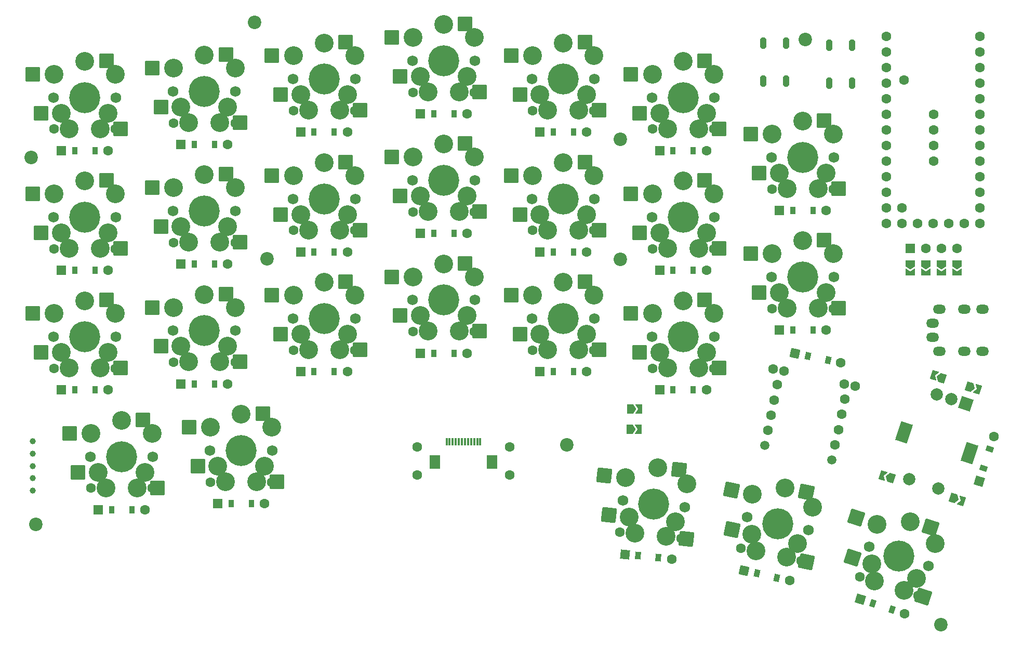
<source format=gbr>
%TF.GenerationSoftware,KiCad,Pcbnew,8.0.3+1*%
%TF.CreationDate,2024-08-06T22:55:28-04:00*%
%TF.ProjectId,iyada_flip,69796164-615f-4666-9c69-702e6b696361,rev?*%
%TF.SameCoordinates,Original*%
%TF.FileFunction,Soldermask,Top*%
%TF.FilePolarity,Negative*%
%FSLAX46Y46*%
G04 Gerber Fmt 4.6, Leading zero omitted, Abs format (unit mm)*
G04 Created by KiCad (PCBNEW 8.0.3+1) date 2024-08-06 22:55:28*
%MOMM*%
%LPD*%
G01*
G04 APERTURE LIST*
G04 Aperture macros list*
%AMRoundRect*
0 Rectangle with rounded corners*
0 $1 Rounding radius*
0 $2 $3 $4 $5 $6 $7 $8 $9 X,Y pos of 4 corners*
0 Add a 4 corners polygon primitive as box body*
4,1,4,$2,$3,$4,$5,$6,$7,$8,$9,$2,$3,0*
0 Add four circle primitives for the rounded corners*
1,1,$1+$1,$2,$3*
1,1,$1+$1,$4,$5*
1,1,$1+$1,$6,$7*
1,1,$1+$1,$8,$9*
0 Add four rect primitives between the rounded corners*
20,1,$1+$1,$2,$3,$4,$5,0*
20,1,$1+$1,$4,$5,$6,$7,0*
20,1,$1+$1,$6,$7,$8,$9,0*
20,1,$1+$1,$8,$9,$2,$3,0*%
%AMRotRect*
0 Rectangle, with rotation*
0 The origin of the aperture is its center*
0 $1 length*
0 $2 width*
0 $3 Rotation angle, in degrees counterclockwise*
0 Add horizontal line*
21,1,$1,$2,0,0,$3*%
%AMOutline5P*
0 Free polygon, 5 corners , with rotation*
0 The origin of the aperture is its center*
0 number of corners: always 5*
0 $1 to $10 corner X, Y*
0 $11 Rotation angle, in degrees counterclockwise*
0 create outline with 5 corners*
4,1,5,$1,$2,$3,$4,$5,$6,$7,$8,$9,$10,$1,$2,$11*%
%AMOutline6P*
0 Free polygon, 6 corners , with rotation*
0 The origin of the aperture is its center*
0 number of corners: always 6*
0 $1 to $12 corner X, Y*
0 $13 Rotation angle, in degrees counterclockwise*
0 create outline with 6 corners*
4,1,6,$1,$2,$3,$4,$5,$6,$7,$8,$9,$10,$11,$12,$1,$2,$13*%
%AMOutline7P*
0 Free polygon, 7 corners , with rotation*
0 The origin of the aperture is its center*
0 number of corners: always 7*
0 $1 to $14 corner X, Y*
0 $15 Rotation angle, in degrees counterclockwise*
0 create outline with 7 corners*
4,1,7,$1,$2,$3,$4,$5,$6,$7,$8,$9,$10,$11,$12,$13,$14,$1,$2,$15*%
%AMOutline8P*
0 Free polygon, 8 corners , with rotation*
0 The origin of the aperture is its center*
0 number of corners: always 8*
0 $1 to $16 corner X, Y*
0 $17 Rotation angle, in degrees counterclockwise*
0 create outline with 8 corners*
4,1,8,$1,$2,$3,$4,$5,$6,$7,$8,$9,$10,$11,$12,$13,$14,$15,$16,$1,$2,$17*%
%AMFreePoly0*
4,1,6,1.000000,0.000000,0.500000,-0.750000,-0.500000,-0.750000,-0.500000,0.750000,0.500000,0.750000,1.000000,0.000000,1.000000,0.000000,$1*%
%AMFreePoly1*
4,1,6,0.500000,-0.750000,-0.650000,-0.750000,-0.150000,0.000001,-0.650000,0.750000,0.500000,0.750000,0.500000,-0.750000,0.500000,-0.750000,$1*%
G04 Aperture macros list end*
%ADD10C,1.600000*%
%ADD11C,3.050000*%
%ADD12C,5.050000*%
%ADD13C,1.750000*%
%ADD14C,4.000000*%
%ADD15RotRect,1.500000X1.500000X348.000000*%
%ADD16RotRect,0.900000X1.200000X348.000000*%
%ADD17O,2.100000X1.500000*%
%ADD18C,2.200000*%
%ADD19RotRect,1.500000X1.500000X72.000000*%
%ADD20RotRect,0.900000X1.200000X72.000000*%
%ADD21RotRect,2.000000X2.000000X252.000000*%
%ADD22C,2.000000*%
%ADD23RotRect,3.200000X2.000000X252.000000*%
%ADD24R,1.500000X1.500000*%
%ADD25R,0.900000X1.200000*%
%ADD26FreePoly0,162.000000*%
%ADD27FreePoly1,162.000000*%
%ADD28RotRect,1.500000X1.500000X342.000000*%
%ADD29RotRect,0.900000X1.200000X342.000000*%
%ADD30FreePoly0,270.000000*%
%ADD31FreePoly1,270.000000*%
%ADD32R,1.600000X1.600000*%
%ADD33FreePoly0,342.000000*%
%ADD34FreePoly1,342.000000*%
%ADD35C,1.000000*%
%ADD36C,1.500000*%
%ADD37R,0.300000X1.300000*%
%ADD38R,1.800000X2.200000*%
%ADD39Outline8P,-0.900000X0.275000X-0.625000X0.550000X0.625000X0.550000X0.900000X0.275000X0.900000X-0.275000X0.625000X-0.550000X-0.625000X-0.550000X-0.900000X-0.275000X270.000000*%
%ADD40RotRect,1.500000X1.500000X354.000000*%
%ADD41RotRect,0.900000X1.200000X354.000000*%
%ADD42FreePoly0,0.000000*%
%ADD43FreePoly1,0.000000*%
%ADD44RoundRect,0.240000X-0.960000X-0.960000X0.960000X-0.960000X0.960000X0.960000X-0.960000X0.960000X0*%
%ADD45RoundRect,0.240000X0.960000X0.960000X-0.960000X0.960000X-0.960000X-0.960000X0.960000X-0.960000X0*%
%ADD46RoundRect,0.240000X1.138617X0.739426X-0.739426X1.138617X-1.138617X-0.739426X0.739426X-1.138617X0*%
%ADD47RoundRect,0.240000X1.055088X0.854394X-0.854394X1.055088X-1.055088X-0.854394X0.854394X-1.055088X0*%
%ADD48RoundRect,0.240000X1.209671X0.616358X-0.616358X1.209671X-1.209671X-0.616358X0.616358X-1.209671X0*%
%ADD49RoundRect,0.240000X-1.138617X-0.739426X0.739426X-1.138617X1.138617X0.739426X-0.739426X1.138617X0*%
%ADD50RoundRect,0.240000X-1.055088X-0.854394X0.854394X-1.055088X1.055088X0.854394X-0.854394X1.055088X0*%
%ADD51RoundRect,0.240000X-1.209671X-0.616358X0.616358X-1.209671X1.209671X0.616358X-0.616358X1.209671X0*%
G04 APERTURE END LIST*
D10*
%TO.C,REF\u002A\u002A*%
X155382003Y-102305001D03*
D11*
X160382003Y-91255002D03*
D12*
X160382003Y-97155001D03*
D11*
X165381997Y-93355000D03*
%TD*%
D13*
%TO.C,REF\u002A\u002A*%
X200270535Y-131627822D03*
D11*
X198500189Y-133848279D03*
D14*
X195301542Y-130571642D03*
D11*
X191760843Y-135012538D03*
D13*
X190332549Y-129515462D03*
%TD*%
D15*
%TO.C,D14*%
X189776353Y-138240464D03*
D16*
X191889155Y-138689554D03*
X195117039Y-139375662D03*
D10*
X197229841Y-139824752D03*
%TD*%
D13*
%TO.C,REF\u002A\u002A*%
X145962008Y-74655005D03*
D11*
X144692006Y-77195004D03*
D14*
X140882009Y-74655007D03*
D11*
X138342011Y-79735012D03*
D13*
X135802010Y-74655009D03*
%TD*%
D17*
%TO.C,*%
X221682842Y-95618033D03*
%TD*%
%TO.C,*%
X228682848Y-95618031D03*
%TD*%
D18*
%TO.C,CiHole1*%
X169651014Y-87546002D03*
%TD*%
D13*
%TO.C,REF\u002A\u002A*%
X87462006Y-80655004D03*
D11*
X86192004Y-83195003D03*
D14*
X82382007Y-80655006D03*
D11*
X79842009Y-85735011D03*
D13*
X77302008Y-80655008D03*
%TD*%
D10*
%TO.C,REF\u002A\u002A*%
X116382008Y-63305008D03*
D11*
X121382008Y-52255009D03*
D12*
X121382008Y-58155008D03*
D11*
X126382002Y-54355007D03*
%TD*%
D13*
%TO.C,REF\u002A\u002A*%
X204462006Y-90405005D03*
D11*
X203192004Y-92945004D03*
D14*
X199382007Y-90405007D03*
D11*
X196842009Y-95485012D03*
D13*
X194302008Y-90405009D03*
%TD*%
D19*
%TO.C,D14*%
X228140803Y-123641360D03*
D20*
X228808278Y-121587078D03*
X229828034Y-118448592D03*
D10*
X230495509Y-116394310D03*
%TD*%
D13*
%TO.C,REF\u002A\u002A*%
X87462007Y-61154996D03*
D11*
X86192005Y-63694995D03*
D14*
X82382008Y-61154998D03*
D11*
X79842010Y-66235003D03*
D13*
X77302009Y-61155000D03*
%TD*%
D10*
%TO.C,REF\u002A\u002A*%
X174882009Y-66305004D03*
D11*
X179882009Y-55255005D03*
D12*
X179882009Y-61155004D03*
D11*
X184882003Y-57355003D03*
%TD*%
D10*
%TO.C,REF\u002A\u002A*%
X116382003Y-82804999D03*
D11*
X121382003Y-71755000D03*
D12*
X121382003Y-77654999D03*
D11*
X126381997Y-73854998D03*
%TD*%
D21*
%TO.C,REF\u002A\u002A*%
X225939028Y-111043394D03*
D22*
X221183734Y-109498305D03*
X223561389Y-110270852D03*
D23*
X215917843Y-115673273D03*
X226569674Y-119134271D03*
D22*
X216702996Y-123288629D03*
X221458296Y-124833714D03*
%TD*%
D24*
%TO.C,D14*%
X78572010Y-69805017D03*
D25*
X80732005Y-69805019D03*
X84032013Y-69805021D03*
D10*
X86192008Y-69805023D03*
%TD*%
D13*
%TO.C,REF\u002A\u002A*%
X87461999Y-100155007D03*
D11*
X86191997Y-102695006D03*
D14*
X82382000Y-100155009D03*
D11*
X79842002Y-105235014D03*
D13*
X77302001Y-100155011D03*
%TD*%
D26*
%TO.C,REF\u002A\u002A*%
X222142194Y-106869445D03*
D27*
X220763162Y-106421371D03*
%TD*%
D10*
%TO.C,REF\u002A\u002A*%
X77382008Y-66304998D03*
D11*
X82382008Y-55254999D03*
D12*
X82382008Y-61154998D03*
D11*
X87382002Y-57354997D03*
%TD*%
D17*
%TO.C,*%
X220582850Y-100218031D03*
%TD*%
D10*
%TO.C,REF\u002A\u002A*%
X77382000Y-105305009D03*
D11*
X82382000Y-94255010D03*
D12*
X82382000Y-100155009D03*
D11*
X87381994Y-96355008D03*
%TD*%
D18*
%TO.C,CiHole1*%
X221871015Y-147066004D03*
%TD*%
D24*
%TO.C,D14*%
X117572006Y-86305001D03*
D25*
X119732001Y-86305003D03*
X123032009Y-86305005D03*
D10*
X125192004Y-86305007D03*
%TD*%
D24*
%TO.C,D14*%
X84572007Y-128304999D03*
D25*
X86732002Y-128305001D03*
X90032010Y-128305003D03*
D10*
X92192005Y-128305005D03*
%TD*%
%TO.C,REF\u002A\u002A*%
X208696928Y-139222069D03*
D12*
X215043645Y-135869209D03*
D11*
X216866846Y-130257977D03*
X220973180Y-133800281D03*
%TD*%
D28*
%TO.C,D14*%
X208747130Y-142918491D03*
D29*
X210801408Y-143585963D03*
X213939894Y-144605719D03*
D10*
X215994172Y-145273191D03*
%TD*%
D15*
%TO.C,D14*%
X198145215Y-102804812D03*
D16*
X200258017Y-103253902D03*
X203485901Y-103940010D03*
D10*
X205598703Y-104389100D03*
%TD*%
%TO.C,REF\u002A\u002A*%
X189340050Y-134569542D03*
D11*
X196528221Y-124800571D03*
D12*
X195301542Y-130571642D03*
D11*
X200982345Y-127894236D03*
%TD*%
D30*
%TO.C,REF\u002A\u002A*%
X224504504Y-88223010D03*
D31*
X224504504Y-89673010D03*
%TD*%
D10*
%TO.C,*%
X215921014Y-58285999D03*
%TD*%
%TO.C,*%
X228284507Y-51213002D03*
%TD*%
D18*
%TO.C,CiHole1*%
X199781010Y-51676001D03*
%TD*%
D10*
%TO.C,*%
X225744510Y-81692999D03*
%TD*%
%TO.C,REF\u002A\u002A*%
X213043506Y-53753017D03*
X213043504Y-56293014D03*
X213043506Y-58833017D03*
X213043505Y-61373017D03*
X213043505Y-63913019D03*
X213043500Y-66453007D03*
X213043500Y-68993021D03*
X213043504Y-71533005D03*
X213043512Y-74073017D03*
X213043506Y-76613020D03*
X213043504Y-79153016D03*
X213043506Y-81693017D03*
X228283506Y-81693017D03*
X228283508Y-79153020D03*
X228283506Y-76613017D03*
X228283507Y-74073017D03*
X228283507Y-71533015D03*
X228283512Y-68993027D03*
X228283512Y-66453013D03*
X228283508Y-63913029D03*
X228283500Y-61373017D03*
X228283506Y-58833014D03*
X228283508Y-56293018D03*
X228283506Y-53753017D03*
%TD*%
%TO.C,REF\u002A\u002A*%
X174882004Y-105305001D03*
D11*
X179882004Y-94255002D03*
D12*
X179882004Y-100155001D03*
D11*
X184881998Y-96355000D03*
%TD*%
D10*
%TO.C,REF\u002A\u002A*%
X194382007Y-95555007D03*
D11*
X199382007Y-84505008D03*
D12*
X199382007Y-90405007D03*
D11*
X204382001Y-86605006D03*
%TD*%
D10*
%TO.C,REF\u002A\u002A*%
X102882009Y-123805000D03*
D11*
X107882009Y-112755001D03*
D12*
X107882009Y-118655000D03*
D11*
X112882003Y-114854999D03*
%TD*%
D10*
%TO.C,REF\u002A\u002A*%
X135882009Y-79805007D03*
D11*
X140882009Y-68755008D03*
D12*
X140882009Y-74655007D03*
D11*
X145882003Y-70855006D03*
%TD*%
D32*
%TO.C,*%
X216896508Y-85762001D03*
%TD*%
D33*
%TO.C,REF\u002A\u002A*%
X226488163Y-108276364D03*
D34*
X227867195Y-108724438D03*
%TD*%
D13*
%TO.C,REF\u002A\u002A*%
X112962008Y-118654998D03*
D11*
X111692006Y-121194997D03*
D14*
X107882009Y-118655000D03*
D11*
X105342011Y-123735005D03*
D13*
X102802010Y-118655002D03*
%TD*%
D10*
%TO.C,*%
X223204508Y-81692999D03*
%TD*%
D24*
%TO.C,D14*%
X176072011Y-69805001D03*
D25*
X178232006Y-69805003D03*
X181532014Y-69805005D03*
D10*
X183692009Y-69805007D03*
%TD*%
D13*
%TO.C,REF\u002A\u002A*%
X184961999Y-80654997D03*
D11*
X183691997Y-83194996D03*
D14*
X179882000Y-80654999D03*
D11*
X177342002Y-85735004D03*
D13*
X174802001Y-80655001D03*
%TD*%
D10*
%TO.C,*%
X224516501Y-85762007D03*
%TD*%
D13*
%TO.C,REF\u002A\u002A*%
X126462001Y-97155007D03*
D11*
X125191999Y-99695006D03*
D14*
X121382002Y-97155009D03*
D11*
X118842004Y-102235014D03*
D13*
X116302003Y-97155011D03*
%TD*%
%TO.C,REF\u002A\u002A*%
X204462011Y-70904995D03*
D11*
X203192009Y-73444994D03*
D14*
X199382012Y-70904997D03*
D11*
X196842014Y-75985002D03*
D13*
X194302013Y-70904999D03*
%TD*%
D10*
%TO.C,REF\u002A\u002A*%
X135882007Y-60305016D03*
D11*
X140882007Y-49255017D03*
D12*
X140882007Y-55155016D03*
D11*
X145882001Y-51355015D03*
%TD*%
D24*
%TO.C,D14*%
X78572006Y-89305007D03*
D25*
X80732001Y-89305009D03*
X84032009Y-89305011D03*
D10*
X86192004Y-89305013D03*
%TD*%
D17*
%TO.C,*%
X228682851Y-102518032D03*
%TD*%
D33*
%TO.C,REF\u002A\u002A*%
X223865703Y-126404526D03*
D34*
X225244735Y-126852600D03*
%TD*%
D24*
%TO.C,D14*%
X156571998Y-105805002D03*
D25*
X158731993Y-105805004D03*
X162032001Y-105805006D03*
D10*
X164191996Y-105805008D03*
%TD*%
D13*
%TO.C,REF\u002A\u002A*%
X126462002Y-77654997D03*
D11*
X125192000Y-80194996D03*
D14*
X121382003Y-77654999D03*
D11*
X118842005Y-82735004D03*
D13*
X116302004Y-77655001D03*
%TD*%
%TO.C,REF\u002A\u002A*%
X106962010Y-99154999D03*
D11*
X105692008Y-101694998D03*
D14*
X101882011Y-99155001D03*
D11*
X99342013Y-104235006D03*
D13*
X96802012Y-99155003D03*
%TD*%
%TO.C,REF\u002A\u002A*%
X165462002Y-97154999D03*
D11*
X164192000Y-99694998D03*
D14*
X160382003Y-97155001D03*
D11*
X157842005Y-102235006D03*
D13*
X155302004Y-97155003D03*
%TD*%
D10*
%TO.C,REF\u002A\u002A*%
X77382007Y-85805006D03*
D11*
X82382007Y-74755007D03*
D12*
X82382007Y-80655006D03*
D11*
X87382001Y-76855005D03*
%TD*%
D10*
%TO.C,*%
X215584520Y-79153000D03*
%TD*%
%TO.C,REF\u002A\u002A*%
X83382015Y-124805001D03*
D11*
X88382015Y-113755002D03*
D12*
X88382015Y-119655001D03*
D11*
X93382009Y-115855000D03*
%TD*%
D10*
%TO.C,REF\u002A\u002A*%
X174882000Y-85804999D03*
D11*
X179882000Y-74755000D03*
D12*
X179882000Y-80654999D03*
D11*
X184881994Y-76854998D03*
%TD*%
D35*
%TO.C,REF\u002A\u002A*%
X73886004Y-117191007D03*
%TD*%
D24*
%TO.C,D14*%
X156572012Y-66805001D03*
D25*
X158732007Y-66805003D03*
X162032015Y-66805005D03*
D10*
X164192010Y-66805007D03*
%TD*%
D13*
%TO.C,REF\u002A\u002A*%
X184962003Y-100154999D03*
D11*
X183692001Y-102694998D03*
D14*
X179882004Y-100155001D03*
D11*
X177342006Y-105235006D03*
D13*
X174802005Y-100155003D03*
%TD*%
D24*
%TO.C,D14*%
X137072005Y-63804999D03*
D25*
X139232000Y-63805001D03*
X142532008Y-63805003D03*
D10*
X144692003Y-63805005D03*
%TD*%
D13*
%TO.C,REF\u002A\u002A*%
X145962006Y-55155014D03*
D11*
X144692004Y-57695013D03*
D14*
X140882007Y-55155016D03*
D11*
X138342009Y-60235021D03*
D13*
X135802008Y-55155018D03*
%TD*%
%TO.C,REF\u002A\u002A*%
X106962009Y-79654995D03*
D11*
X105692007Y-82194994D03*
D14*
X101882010Y-79654997D03*
D11*
X99342012Y-84735002D03*
D13*
X96802011Y-79654999D03*
%TD*%
D36*
%TO.C,REF\u002A\u002A*%
X193157361Y-117828862D03*
D10*
X195259349Y-107939792D03*
X194731256Y-110424280D03*
X194203161Y-112908781D03*
X193675064Y-115393276D03*
X194558028Y-105347325D03*
X196367601Y-105731964D03*
%TD*%
D13*
%TO.C,REF\u002A\u002A*%
X165462012Y-58154994D03*
D11*
X164192010Y-60694993D03*
D14*
X160382013Y-58154996D03*
D11*
X157842015Y-63235001D03*
D13*
X155302014Y-58154998D03*
%TD*%
%TO.C,REF\u002A\u002A*%
X145962003Y-94155007D03*
D11*
X144692001Y-96695006D03*
D14*
X140882004Y-94155009D03*
D11*
X138342006Y-99235014D03*
D13*
X135802005Y-94155011D03*
%TD*%
D35*
%TO.C,REF\u002A\u002A*%
X73886007Y-125191002D03*
%TD*%
D17*
%TO.C,*%
X225682846Y-95618030D03*
%TD*%
%TO.C,*%
X225682850Y-102518032D03*
%TD*%
D24*
%TO.C,D14*%
X117572008Y-105805002D03*
D25*
X119732003Y-105805004D03*
X123032011Y-105805006D03*
D10*
X125192006Y-105805008D03*
%TD*%
D37*
%TO.C,REF\u002A\u002A*%
X141338001Y-117253008D03*
X141838002Y-117253004D03*
X142338001Y-117253008D03*
X142837998Y-117253009D03*
X143337996Y-117253013D03*
X143838000Y-117253008D03*
X144337998Y-117253005D03*
X144838001Y-117253008D03*
X145338001Y-117253008D03*
X145838000Y-117253008D03*
X146338000Y-117253009D03*
X146838015Y-117253010D03*
D38*
X139438001Y-120503008D03*
X148738001Y-120503008D03*
%TD*%
D39*
%TO.C,B1*%
X196641015Y-52311003D03*
X196641021Y-58511005D03*
X192941003Y-52311007D03*
X192941009Y-58511009D03*
%TD*%
D24*
%TO.C,D14*%
X78572006Y-108805003D03*
D25*
X80732001Y-108805005D03*
X84032009Y-108805007D03*
D10*
X86192004Y-108805009D03*
%TD*%
%TO.C,*%
X219436512Y-85762004D03*
%TD*%
D35*
%TO.C,REF\u002A\u002A*%
X73886011Y-121191003D03*
%TD*%
D10*
%TO.C,*%
X220711002Y-63856001D03*
%TD*%
D18*
%TO.C,CiHole1*%
X169651009Y-67996002D03*
%TD*%
D10*
%TO.C,*%
X220711004Y-66396011D03*
%TD*%
D24*
%TO.C,D14*%
X156572002Y-86305001D03*
D25*
X158731997Y-86305003D03*
X162032005Y-86305005D03*
D10*
X164192000Y-86305007D03*
%TD*%
D13*
%TO.C,REF\u002A\u002A*%
X219875011Y-137439014D03*
D11*
X217882267Y-139462246D03*
D14*
X215043645Y-135869209D03*
D11*
X211058155Y-139915673D03*
D13*
X210212279Y-134299404D03*
%TD*%
%TO.C,REF\u002A\u002A*%
X106962004Y-60155006D03*
D11*
X105692002Y-62695005D03*
D14*
X101882005Y-60155008D03*
D11*
X99342007Y-65235013D03*
D13*
X96802006Y-60155010D03*
%TD*%
D24*
%TO.C,D14*%
X98072004Y-107804998D03*
D25*
X100231999Y-107805000D03*
X103532007Y-107805002D03*
D10*
X105692002Y-107805004D03*
%TD*%
D24*
%TO.C,D14*%
X104072009Y-127304999D03*
D25*
X106232004Y-127305001D03*
X109532012Y-127305003D03*
D10*
X111692007Y-127305005D03*
%TD*%
D13*
%TO.C,REF\u002A\u002A*%
X93462014Y-119654999D03*
D11*
X92192012Y-122194998D03*
D14*
X88382015Y-119655001D03*
D11*
X85842017Y-124735006D03*
D13*
X83302016Y-119655003D03*
%TD*%
D10*
%TO.C,*%
X215584512Y-81693007D03*
%TD*%
%TO.C,REF\u002A\u002A*%
X96882010Y-84804997D03*
D11*
X101882010Y-73754998D03*
D12*
X101882010Y-79654997D03*
D11*
X106882004Y-75854996D03*
%TD*%
D10*
%TO.C,REF\u002A\u002A*%
X155382005Y-82805007D03*
D11*
X160382005Y-71755008D03*
D12*
X160382005Y-77655007D03*
D11*
X165381999Y-73855006D03*
%TD*%
D10*
%TO.C,REF\u002A\u002A*%
X116382002Y-102305009D03*
D11*
X121382002Y-91255010D03*
D12*
X121382002Y-97155009D03*
D11*
X126381996Y-93355008D03*
%TD*%
D40*
%TO.C,D14*%
X170420532Y-135571061D03*
D41*
X172568701Y-135796843D03*
X175850623Y-136141787D03*
D10*
X177998792Y-136367569D03*
%TD*%
D30*
%TO.C,REF\u002A\u002A*%
X221964510Y-88222999D03*
D31*
X221964510Y-89672999D03*
%TD*%
D17*
%TO.C,*%
X221682842Y-102518031D03*
%TD*%
%TO.C,*%
X220582856Y-97918025D03*
%TD*%
D24*
%TO.C,D14*%
X195572014Y-99055009D03*
D25*
X197732009Y-99055011D03*
X201032017Y-99055013D03*
D10*
X203192012Y-99055015D03*
%TD*%
D24*
%TO.C,D14*%
X137072017Y-83305004D03*
D25*
X139232012Y-83305006D03*
X142532020Y-83305008D03*
D10*
X144692015Y-83305010D03*
%TD*%
%TO.C,*%
X151588011Y-122643005D03*
%TD*%
%TO.C,REF\u002A\u002A*%
X96882011Y-104305001D03*
D11*
X101882011Y-93255002D03*
D12*
X101882011Y-99155001D03*
D11*
X106882005Y-95355000D03*
%TD*%
D13*
%TO.C,REF\u002A\u002A*%
X126462007Y-58155006D03*
D11*
X125192005Y-60695005D03*
D14*
X121382008Y-58155008D03*
D11*
X118842010Y-63235013D03*
D13*
X116302009Y-58155010D03*
%TD*%
D26*
%TO.C,REF\u002A\u002A*%
X213832063Y-123144391D03*
D27*
X212453031Y-122696317D03*
%TD*%
D18*
%TO.C,CiHole1*%
X110011007Y-48876003D03*
%TD*%
D35*
%TO.C,REF\u002A\u002A*%
X73885999Y-119190999D03*
%TD*%
D10*
%TO.C,*%
X220711010Y-68935997D03*
%TD*%
%TO.C,*%
X220711007Y-71476005D03*
%TD*%
D18*
%TO.C,CiHole1*%
X74441006Y-130676007D03*
%TD*%
D10*
%TO.C,*%
X221976507Y-85761994D03*
%TD*%
D35*
%TO.C,REF\u002A\u002A*%
X73886006Y-123191009D03*
%TD*%
D24*
%TO.C,D14*%
X137072009Y-102804996D03*
D25*
X139232004Y-102804998D03*
X142532012Y-102805000D03*
D10*
X144692007Y-102805002D03*
%TD*%
D18*
%TO.C,CiHole1*%
X73636011Y-70891002D03*
%TD*%
D13*
%TO.C,REF\u002A\u002A*%
X184962008Y-61155002D03*
D11*
X183692006Y-63695001D03*
D14*
X179882009Y-61155004D03*
D11*
X177342011Y-66235009D03*
D13*
X174802010Y-61155006D03*
%TD*%
D10*
%TO.C,*%
X136588001Y-122643000D03*
%TD*%
D18*
%TO.C,CiHole1*%
X160977009Y-117706011D03*
%TD*%
D13*
%TO.C,REF\u002A\u002A*%
X180166008Y-127897689D03*
D11*
X178637461Y-130291037D03*
D14*
X175113835Y-127366698D03*
D11*
X172056745Y-132153370D03*
D13*
X170061662Y-126835707D03*
%TD*%
D10*
%TO.C,*%
X218124506Y-81693004D03*
%TD*%
D42*
%TO.C,REF\u002A\u002A*%
X171185003Y-115174008D03*
D43*
X172635003Y-115174008D03*
%TD*%
D10*
%TO.C,REF\u002A\u002A*%
X155382013Y-63304996D03*
D11*
X160382013Y-52254997D03*
D12*
X160382013Y-58154996D03*
D11*
X165382007Y-54354995D03*
%TD*%
D10*
%TO.C,*%
X213044503Y-51213009D03*
%TD*%
D24*
%TO.C,D14*%
X98072004Y-88305001D03*
D25*
X100231999Y-88305003D03*
X103532007Y-88305005D03*
D10*
X105692002Y-88305007D03*
%TD*%
%TO.C,REF\u002A\u002A*%
X96882005Y-65305008D03*
D11*
X101882005Y-54255009D03*
D12*
X101882005Y-60155008D03*
D11*
X106881999Y-56355007D03*
%TD*%
D30*
%TO.C,REF\u002A\u002A*%
X219424506Y-88223009D03*
D31*
X219424506Y-89673009D03*
%TD*%
D24*
%TO.C,D14*%
X176072008Y-89305000D03*
D25*
X178232003Y-89305002D03*
X181532011Y-89305004D03*
D10*
X183692006Y-89305006D03*
%TD*%
%TO.C,*%
X151588013Y-118103007D03*
%TD*%
D30*
%TO.C,REF\u002A\u002A*%
X216884510Y-88223010D03*
D31*
X216884510Y-89673010D03*
%TD*%
D18*
%TO.C,CiHole1*%
X112091011Y-87426011D03*
%TD*%
D42*
%TO.C,REF\u002A\u002A*%
X171245005Y-111863999D03*
D43*
X172695005Y-111863999D03*
%TD*%
D39*
%TO.C,B1*%
X207381015Y-52625995D03*
X207381021Y-58825997D03*
X203681003Y-52625999D03*
X203681009Y-58826001D03*
%TD*%
D10*
%TO.C,*%
X136588002Y-118103009D03*
%TD*%
D24*
%TO.C,D14*%
X176072010Y-108804996D03*
D25*
X178232005Y-108804998D03*
X181532013Y-108805000D03*
D10*
X183692008Y-108805002D03*
%TD*%
D24*
%TO.C,D14*%
X195572010Y-79555009D03*
D25*
X197732005Y-79555011D03*
X201032013Y-79555013D03*
D10*
X203192008Y-79555015D03*
%TD*%
%TO.C,REF\u002A\u002A*%
X194382012Y-76054997D03*
D11*
X199382012Y-65004998D03*
D12*
X199382012Y-70904997D03*
D11*
X204382006Y-67104996D03*
%TD*%
D24*
%TO.C,D14*%
X117572000Y-66805006D03*
D25*
X119731995Y-66805008D03*
X123032003Y-66805010D03*
D10*
X125191998Y-66805012D03*
%TD*%
D13*
%TO.C,REF\u002A\u002A*%
X165462004Y-77655005D03*
D11*
X164192002Y-80195004D03*
D14*
X160382005Y-77655007D03*
D11*
X157842007Y-82735012D03*
D13*
X155302006Y-77655009D03*
%TD*%
D24*
%TO.C,D14*%
X98072007Y-68804995D03*
D25*
X100232002Y-68804997D03*
X103532010Y-68804999D03*
D10*
X105692005Y-68805001D03*
%TD*%
%TO.C,*%
X220664509Y-81693011D03*
%TD*%
%TO.C,REF\u002A\u002A*%
X169602895Y-131965842D03*
D11*
X175730553Y-121499019D03*
D12*
X175113835Y-127366698D03*
D11*
X180483642Y-124110154D03*
%TD*%
D10*
%TO.C,REF\u002A\u002A*%
X135882004Y-99305009D03*
D11*
X140882004Y-88255010D03*
D12*
X140882004Y-94155009D03*
D11*
X145881998Y-90355008D03*
%TD*%
D13*
%TO.C,REF\u002A\u002A*%
X77302001Y-100155011D03*
D11*
X78571992Y-102695005D03*
D14*
X82382000Y-100155009D03*
D11*
X84922000Y-105235009D03*
D13*
X87461999Y-100155007D03*
D44*
X75297000Y-102695009D03*
X88223999Y-105235009D03*
%TD*%
D13*
%TO.C,REF\u002A\u002A*%
X77302009Y-61155000D03*
D11*
X78572000Y-63694994D03*
D14*
X82382008Y-61154998D03*
D11*
X84922008Y-66234998D03*
D13*
X87462007Y-61154996D03*
D44*
X75297008Y-63694998D03*
X88224007Y-66234998D03*
%TD*%
D13*
%TO.C,REF\u002A\u002A*%
X96802012Y-99155003D03*
D11*
X98072003Y-101694997D03*
D14*
X101882011Y-99155001D03*
D11*
X104422011Y-104235001D03*
D13*
X106962010Y-99154999D03*
D44*
X94797011Y-101695001D03*
X107724010Y-104235001D03*
%TD*%
D10*
%TO.C,REF\u002A\u002A*%
X145882004Y-99304999D03*
D12*
X140882004Y-94155009D03*
D11*
X140882004Y-88255010D03*
X135881988Y-90355007D03*
D45*
X144382005Y-88155008D03*
X132382004Y-90355009D03*
%TD*%
D13*
%TO.C,REF\u002A\u002A*%
X174802001Y-80655001D03*
D11*
X176071992Y-83194995D03*
D14*
X179882000Y-80654999D03*
D11*
X182422000Y-85734999D03*
D13*
X184961999Y-80654997D03*
D44*
X172797000Y-83194999D03*
X185723999Y-85734999D03*
%TD*%
D13*
%TO.C,REF\u002A\u002A*%
X116302009Y-58155010D03*
D11*
X117572000Y-60695004D03*
D14*
X121382008Y-58155008D03*
D11*
X123922008Y-63235008D03*
D13*
X126462007Y-58155006D03*
D44*
X114297008Y-60695008D03*
X127224007Y-63235008D03*
%TD*%
D10*
%TO.C,REF\u002A\u002A*%
X184882000Y-85804989D03*
D12*
X179882000Y-80654999D03*
D11*
X179882000Y-74755000D03*
X174881984Y-76854997D03*
D45*
X183382001Y-74654998D03*
X171382000Y-76854999D03*
%TD*%
D10*
%TO.C,REF\u002A\u002A*%
X184882004Y-105304991D03*
D12*
X179882004Y-100155001D03*
D11*
X179882004Y-94255002D03*
X174881988Y-96354999D03*
D45*
X183382005Y-94155000D03*
X171382004Y-96355001D03*
%TD*%
D13*
%TO.C,REF\u002A\u002A*%
X155302006Y-77655009D03*
D11*
X156571997Y-80195003D03*
D14*
X160382005Y-77655007D03*
D11*
X162922005Y-82735007D03*
D13*
X165462004Y-77655005D03*
D44*
X153297005Y-80195007D03*
X166224004Y-82735007D03*
%TD*%
D10*
%TO.C,REF\u002A\u002A*%
X112882009Y-123804990D03*
D12*
X107882009Y-118655000D03*
D11*
X107882009Y-112755001D03*
X102881993Y-114854998D03*
D45*
X111382010Y-112654999D03*
X99382009Y-114855000D03*
%TD*%
D10*
%TO.C,REF\u002A\u002A*%
X184882009Y-66304994D03*
D12*
X179882009Y-61155004D03*
D11*
X179882009Y-55255005D03*
X174881993Y-57355002D03*
D45*
X183382010Y-55155003D03*
X171382009Y-57355004D03*
%TD*%
D10*
%TO.C,REF\u002A\u002A*%
X145882007Y-60305006D03*
D12*
X140882007Y-55155016D03*
D11*
X140882007Y-49255017D03*
X135881991Y-51355014D03*
D45*
X144382008Y-49155015D03*
X132382007Y-51355016D03*
%TD*%
D13*
%TO.C,REF\u002A\u002A*%
X135802010Y-74655009D03*
D11*
X137072001Y-77195003D03*
D14*
X140882009Y-74655007D03*
D11*
X143422009Y-79735007D03*
D13*
X145962008Y-74655005D03*
D44*
X133797009Y-77195007D03*
X146724008Y-79735007D03*
%TD*%
D10*
%TO.C,REF\u002A\u002A*%
X165382003Y-102304991D03*
D12*
X160382003Y-97155001D03*
D11*
X160382003Y-91255002D03*
X155381987Y-93354999D03*
D45*
X163882004Y-91155000D03*
X151882003Y-93355001D03*
%TD*%
D10*
%TO.C,REF\u002A\u002A*%
X126382008Y-63304998D03*
D12*
X121382008Y-58155008D03*
D11*
X121382008Y-52255009D03*
X116381992Y-54355006D03*
D45*
X124882009Y-52155007D03*
X112882008Y-54355008D03*
%TD*%
D10*
%TO.C,REF\u002A\u002A*%
X106882011Y-104304991D03*
D12*
X101882011Y-99155001D03*
D11*
X101882011Y-93255002D03*
X96881995Y-95354999D03*
D45*
X105382012Y-93155000D03*
X93382011Y-95355001D03*
%TD*%
D13*
%TO.C,REF\u002A\u002A*%
X194302008Y-90405009D03*
D11*
X195571999Y-92945003D03*
D14*
X199382007Y-90405007D03*
D11*
X201922007Y-95485007D03*
D13*
X204462006Y-90405005D03*
D44*
X192297007Y-92945007D03*
X205224006Y-95485007D03*
%TD*%
D10*
%TO.C,REF\u002A\u002A*%
X199121542Y-136648665D03*
D12*
X195301542Y-130571642D03*
D11*
X196528221Y-124800571D03*
X191200869Y-125815120D03*
D46*
X199972525Y-125430446D03*
X187777352Y-125087432D03*
%TD*%
D10*
%TO.C,REF\u002A\u002A*%
X106882005Y-65304998D03*
D12*
X101882005Y-60155008D03*
D11*
X101882005Y-54255009D03*
X96881989Y-56355006D03*
D45*
X105382006Y-54155007D03*
X93382005Y-56355008D03*
%TD*%
D10*
%TO.C,REF\u002A\u002A*%
X106882010Y-84804987D03*
D12*
X101882010Y-79654997D03*
D11*
X101882010Y-73754998D03*
X96881994Y-75854995D03*
D45*
X105382011Y-73654996D03*
X93382010Y-75854997D03*
%TD*%
D13*
%TO.C,REF\u002A\u002A*%
X135802008Y-55155018D03*
D11*
X137071999Y-57695012D03*
D14*
X140882007Y-55155016D03*
D11*
X143422007Y-60235016D03*
D13*
X145962006Y-55155014D03*
D44*
X133797007Y-57695016D03*
X146724006Y-60235016D03*
%TD*%
D10*
%TO.C,REF\u002A\u002A*%
X179548127Y-133011128D03*
D12*
X175113835Y-127366698D03*
D11*
X175730553Y-121499019D03*
X170538433Y-123064872D03*
D47*
X179221837Y-121765415D03*
X167057607Y-122699023D03*
%TD*%
D10*
%TO.C,REF\u002A\u002A*%
X126382003Y-82804989D03*
D12*
X121382003Y-77654999D03*
D11*
X121382003Y-71755000D03*
X116381987Y-73854997D03*
D45*
X124882004Y-71654998D03*
X112882003Y-73854999D03*
%TD*%
D13*
%TO.C,REF\u002A\u002A*%
X96802011Y-79654999D03*
D11*
X98072002Y-82194993D03*
D14*
X101882010Y-79654997D03*
D11*
X104422010Y-84734997D03*
D13*
X106962009Y-79654995D03*
D44*
X94797010Y-82194997D03*
X107724009Y-84734997D03*
%TD*%
D13*
%TO.C,REF\u002A\u002A*%
X116302004Y-77655001D03*
D11*
X117571995Y-80194995D03*
D14*
X121382003Y-77654999D03*
D11*
X123922003Y-82734999D03*
D13*
X126462002Y-77654997D03*
D44*
X114297003Y-80194999D03*
X127224002Y-82734999D03*
%TD*%
D13*
%TO.C,REF\u002A\u002A*%
X155302004Y-97155003D03*
D11*
X156571995Y-99694997D03*
D14*
X160382003Y-97155001D03*
D11*
X162922003Y-102235001D03*
D13*
X165462002Y-97154999D03*
D44*
X153297003Y-99695001D03*
X166224002Y-102235001D03*
%TD*%
D13*
%TO.C,REF\u002A\u002A*%
X155302014Y-58154998D03*
D11*
X156572005Y-60694992D03*
D14*
X160382013Y-58154996D03*
D11*
X162922013Y-63234996D03*
D13*
X165462012Y-58154994D03*
D44*
X153297013Y-60694996D03*
X166224012Y-63234996D03*
%TD*%
D10*
%TO.C,REF\u002A\u002A*%
X218207490Y-142312235D03*
D11*
X216866846Y-130257977D03*
D12*
X215043645Y-135869209D03*
D11*
X211462617Y-130710106D03*
D48*
X220226440Y-131244430D03*
X208133929Y-129628550D03*
%TD*%
D10*
%TO.C,REF\u002A\u002A*%
X204382012Y-76054987D03*
D12*
X199382012Y-70904997D03*
D11*
X199382012Y-65004998D03*
X194381996Y-67104995D03*
D45*
X202882013Y-64904996D03*
X190882012Y-67104997D03*
%TD*%
D10*
%TO.C,REF\u002A\u002A*%
X87382007Y-85804996D03*
D12*
X82382007Y-80655006D03*
D11*
X82382007Y-74755007D03*
X77381991Y-76855004D03*
D45*
X85882008Y-74655005D03*
X73882007Y-76855006D03*
%TD*%
D13*
%TO.C,REF\u002A\u002A*%
X190332549Y-129515462D03*
D11*
X191046704Y-132263993D03*
D14*
X195301542Y-130571642D03*
D11*
X196729846Y-136068728D03*
D13*
X200270535Y-131627822D03*
D49*
X187843283Y-131583086D03*
X199959699Y-136755256D03*
%TD*%
D13*
%TO.C,REF\u002A\u002A*%
X102802010Y-118655002D03*
D11*
X104072001Y-121194996D03*
D14*
X107882009Y-118655000D03*
D11*
X110422009Y-123735000D03*
D13*
X112962008Y-118654998D03*
D44*
X100797009Y-121195000D03*
X113724008Y-123735000D03*
%TD*%
D10*
%TO.C,REF\u002A\u002A*%
X204382007Y-95554997D03*
D12*
X199382007Y-90405007D03*
D11*
X199382007Y-84505008D03*
X194381991Y-86605005D03*
D45*
X202882008Y-84405006D03*
X190882007Y-86605007D03*
%TD*%
D10*
%TO.C,REF\u002A\u002A*%
X87382008Y-66304988D03*
D12*
X82382008Y-61154998D03*
D11*
X82382008Y-55254999D03*
X77381992Y-57354996D03*
D45*
X85882009Y-55154997D03*
X73882008Y-57354998D03*
%TD*%
D10*
%TO.C,REF\u002A\u002A*%
X126382002Y-102304999D03*
D12*
X121382002Y-97155009D03*
D11*
X121382002Y-91255010D03*
X116381986Y-93355007D03*
D45*
X124882003Y-91155008D03*
X112882002Y-93355009D03*
%TD*%
D13*
%TO.C,REF\u002A\u002A*%
X135802005Y-94155011D03*
D11*
X137071996Y-96695005D03*
D14*
X140882004Y-94155009D03*
D11*
X143422004Y-99235009D03*
D13*
X145962003Y-94155007D03*
D44*
X133797004Y-96695009D03*
X146724003Y-99235009D03*
%TD*%
D10*
%TO.C,REF\u002A\u002A*%
X165382005Y-82804997D03*
D12*
X160382005Y-77655007D03*
D11*
X160382005Y-71755008D03*
X155381989Y-73855005D03*
D45*
X163882006Y-71655006D03*
X151882005Y-73855007D03*
%TD*%
D10*
%TO.C,REF\u002A\u002A*%
X93382015Y-124804991D03*
D12*
X88382015Y-119655001D03*
D11*
X88382015Y-113755002D03*
X83381999Y-115854999D03*
D45*
X91882016Y-113655000D03*
X79882015Y-115855001D03*
%TD*%
D13*
%TO.C,REF\u002A\u002A*%
X170061662Y-126835707D03*
D11*
X171059204Y-129494530D03*
D14*
X175113835Y-127366698D03*
D11*
X177108927Y-132684369D03*
D13*
X180166008Y-127897689D03*
D50*
X167802146Y-129152200D03*
X180392827Y-133029528D03*
%TD*%
D10*
%TO.C,REF\u002A\u002A*%
X87382000Y-105304999D03*
D12*
X82382000Y-100155009D03*
D11*
X82382000Y-94255010D03*
X77381984Y-96355007D03*
D45*
X85882001Y-94155008D03*
X73882000Y-96355009D03*
%TD*%
D13*
%TO.C,REF\u002A\u002A*%
X210212279Y-134299404D03*
D11*
X210635217Y-137107540D03*
D14*
X215043645Y-135869209D03*
D11*
X215889510Y-141485482D03*
D13*
X219875011Y-137439014D03*
D51*
X207520507Y-136095513D03*
X219029910Y-142505857D03*
%TD*%
D36*
%TO.C,REF\u002A\u002A*%
X204149304Y-120165254D03*
D10*
X206251285Y-110276192D03*
X205723188Y-112760687D03*
X205195093Y-115245188D03*
X204667000Y-117729676D03*
X207946430Y-108193114D03*
X206136851Y-107808474D03*
%TD*%
D13*
%TO.C,REF\u002A\u002A*%
X174802005Y-100155003D03*
D11*
X176071996Y-102694997D03*
D14*
X179882004Y-100155001D03*
D11*
X182422004Y-105235001D03*
D13*
X184962003Y-100154999D03*
D44*
X172797004Y-102695001D03*
X185724003Y-105235001D03*
%TD*%
D10*
%TO.C,REF\u002A\u002A*%
X145882009Y-79804997D03*
D12*
X140882009Y-74655007D03*
D11*
X140882009Y-68755008D03*
X135881993Y-70855005D03*
D45*
X144382010Y-68655006D03*
X132382009Y-70855007D03*
%TD*%
D10*
%TO.C,REF\u002A\u002A*%
X165382013Y-63304986D03*
D12*
X160382013Y-58154996D03*
D11*
X160382013Y-52254997D03*
X155381997Y-54354994D03*
D45*
X163882014Y-52154995D03*
X151882013Y-54354996D03*
%TD*%
D13*
%TO.C,REF\u002A\u002A*%
X174802010Y-61155006D03*
D11*
X176072001Y-63695000D03*
D14*
X179882009Y-61155004D03*
D11*
X182422009Y-66235004D03*
D13*
X184962008Y-61155002D03*
D44*
X172797009Y-63695004D03*
X185724008Y-66235004D03*
%TD*%
D13*
%TO.C,REF\u002A\u002A*%
X83302016Y-119655003D03*
D11*
X84572007Y-122194997D03*
D14*
X88382015Y-119655001D03*
D11*
X90922015Y-124735001D03*
D13*
X93462014Y-119654999D03*
D44*
X81297015Y-122195001D03*
X94224014Y-124735001D03*
%TD*%
D13*
%TO.C,REF\u002A\u002A*%
X77302008Y-80655008D03*
D11*
X78571999Y-83195002D03*
D14*
X82382007Y-80655006D03*
D11*
X84922007Y-85735006D03*
D13*
X87462006Y-80655004D03*
D44*
X75297007Y-83195006D03*
X88224006Y-85735006D03*
%TD*%
D13*
%TO.C,REF\u002A\u002A*%
X194302013Y-70904999D03*
D11*
X195572004Y-73444993D03*
D14*
X199382012Y-70904997D03*
D11*
X201922012Y-75984997D03*
D13*
X204462011Y-70904995D03*
D44*
X192297012Y-73444997D03*
X205224011Y-75984997D03*
%TD*%
D13*
%TO.C,REF\u002A\u002A*%
X116302003Y-97155011D03*
D11*
X117571994Y-99695005D03*
D14*
X121382002Y-97155009D03*
D11*
X123922002Y-102235009D03*
D13*
X126462001Y-97155007D03*
D44*
X114297002Y-99695009D03*
X127224001Y-102235009D03*
%TD*%
D13*
%TO.C,REF\u002A\u002A*%
X96802006Y-60155010D03*
D11*
X98071997Y-62695004D03*
D14*
X101882005Y-60155008D03*
D11*
X104422005Y-65235008D03*
D13*
X106962004Y-60155006D03*
D44*
X94797005Y-62695008D03*
X107724004Y-65235008D03*
%TD*%
M02*

</source>
